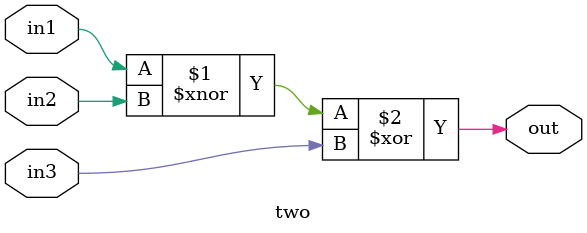
<source format=v>
module two(

    input in1, 
    input in2,
    input in3,
    output out

);

    assign out = (in1 ~^ in2) ^ in3;

endmodule
</source>
